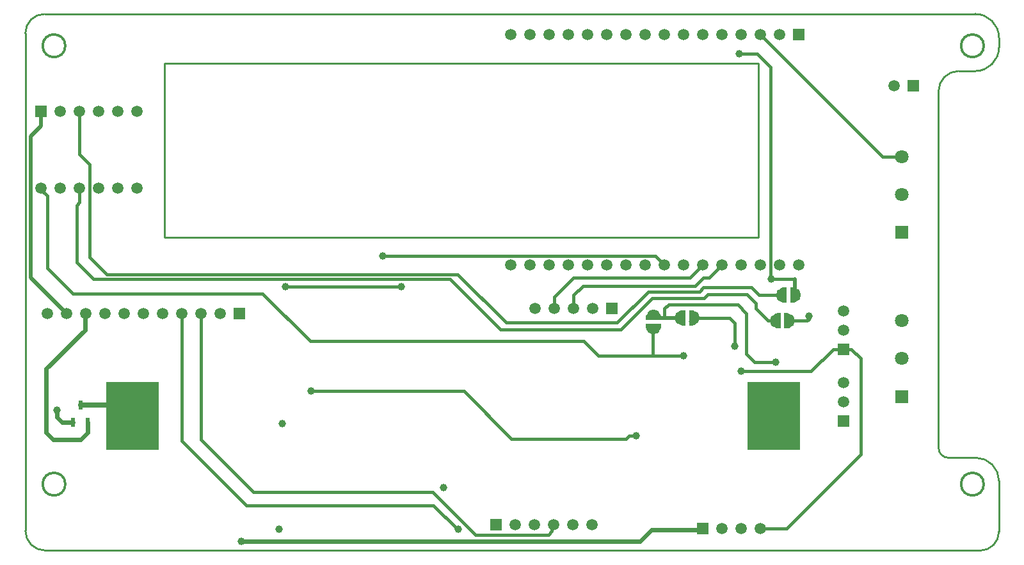
<source format=gbl>
G04*
G04 #@! TF.GenerationSoftware,Altium Limited,Altium Designer,21.2.1 (34)*
G04*
G04 Layer_Physical_Order=2*
G04 Layer_Color=16711680*
%FSLAX44Y44*%
%MOMM*%
G71*
G04*
G04 #@! TF.SameCoordinates,603A0A18-1311-4174-A4CB-90F12E54E7A9*
G04*
G04*
G04 #@! TF.FilePolarity,Positive*
G04*
G01*
G75*
%ADD11C,0.2540*%
%ADD15C,0.3000*%
%ADD16C,1.0000*%
%ADD26R,0.5000X2.0000*%
%ADD33R,1.0000X1.0000*%
%ADD42C,0.6000*%
%ADD43C,0.4000*%
%ADD44C,0.5000*%
%ADD45R,0.5000X1.0000*%
%ADD46R,1.5000X1.5000*%
%ADD47C,1.5000*%
%ADD48R,1.8000X1.8000*%
%ADD49C,1.8000*%
%ADD50R,1.5000X1.5000*%
%ADD51C,1.0000*%
%ADD52R,1.0000X1.0000*%
%ADD53R,7.0000X9.0000*%
%ADD54R,0.6000X1.1500*%
%ADD55C,0.7000*%
%ADD56R,2.0000X0.5000*%
%ADD57R,1.0000X0.5000*%
D11*
X1913011Y1480000D02*
G03*
X1937978Y1504966I0J24966D01*
G01*
X1938040Y2158600D02*
G03*
X1906640Y2190000I-31400J0D01*
G01*
X1937978Y1572309D02*
G03*
X1907515Y1602771I-30463J0D01*
G01*
X1884624Y2114464D02*
G03*
X1858160Y2088000I0J-26464D01*
G01*
X1858166Y1615620D02*
G03*
X1870866Y1602920I12700J0D01*
G01*
X1906640Y2114464D02*
G03*
X1938040Y2145864I0J31400D01*
G01*
X650000Y1506454D02*
G03*
X676454Y1480000I26455J0D01*
G01*
X675392Y2190000D02*
G03*
X650000Y2164608I0J-25392D01*
G01*
X834452Y2124645D02*
X1619451Y2124645D01*
X834452Y1894645D02*
X1619451Y1894645D01*
Y2124645D01*
X834452Y1894645D02*
Y2124645D01*
X676454Y1480000D02*
X1913011D01*
X1938040Y2145864D02*
Y2158600D01*
X675392Y2190000D02*
X1906640D01*
X1903863Y1602920D02*
X1907515D01*
X1884624Y2114464D02*
X1906640D01*
X1858000Y2088000D02*
X1858000Y1615620D01*
X1937978Y1504966D02*
Y1572309D01*
X1870866Y1602920D02*
X1903863D01*
X650000Y1506454D02*
X650000Y2164608D01*
D15*
X1917878Y2147934D02*
G03*
X1917878Y2147934I-15000J0D01*
G01*
Y1567934D02*
G03*
X1917878Y1567934I-15000J0D01*
G01*
X702878D02*
G03*
X702878Y1567934I-15000J0D01*
G01*
Y2147934D02*
G03*
X702878Y2147934I-15000J0D01*
G01*
D16*
X1480000Y1771101D02*
G03*
X1485903Y1775019I1000J4899D01*
G01*
X1476097D02*
G03*
X1480000Y1771101I4903J981D01*
G01*
X1485903Y1789981D02*
G03*
X1476097Y1789981I-4903J-981D01*
G01*
X1666981Y1813207D02*
G03*
X1666981Y1823013I-981J4903D01*
G01*
X1652019D02*
G03*
X1652019Y1813207I981J-4903D01*
G01*
X1658981Y1779097D02*
G03*
X1658981Y1788903I-981J4903D01*
G01*
X1644019D02*
G03*
X1644019Y1779097I981J-4903D01*
G01*
X1517965Y1792857D02*
G03*
X1517965Y1783051I981J-4903D01*
G01*
X1532927D02*
G03*
X1532927Y1792857I-981J4903D01*
G01*
D26*
X1664500Y1818110D02*
D03*
X1654501Y1818110D02*
D03*
X1656500Y1784000D02*
D03*
X1646501Y1784000D02*
D03*
X1520446Y1787954D02*
D03*
X1530446Y1787954D02*
D03*
D33*
X1668000Y1818110D02*
D03*
X1651000D02*
D03*
X1660000Y1784000D02*
D03*
X1643000D02*
D03*
X1516946Y1787954D02*
D03*
X1533946D02*
D03*
D42*
X691684Y1656527D02*
Y1666055D01*
Y1656527D02*
X698461Y1649750D01*
X713378D01*
X677197Y1720432D02*
X728765Y1772000D01*
Y1792765D02*
X730000Y1794000D01*
X728765Y1772000D02*
Y1792765D01*
X677197Y1636082D02*
Y1720432D01*
X1478313Y1507113D02*
X1546000D01*
X1463200Y1492000D02*
X1478313Y1507113D01*
X935250Y1492000D02*
X1463200D01*
X732378Y1636100D02*
Y1649750D01*
X677197Y1636082D02*
X686679Y1626600D01*
X722878D01*
X732378Y1636100D01*
D43*
X1480000Y1737554D02*
X1520691D01*
X1408196D02*
X1480000D01*
Y1771101D02*
Y1774000D01*
Y1737554D02*
Y1771101D01*
X1286090Y1781541D02*
X1432541D01*
X1473750Y1822750D02*
X1541504D01*
X1432541Y1781541D02*
X1473750Y1822750D01*
X1479324Y1814324D02*
X1511523D01*
X1278378Y1772370D02*
X1437370D01*
X1479324Y1814324D01*
X995080Y1830000D02*
X995620Y1829460D01*
X1147000D01*
X994540D02*
X995080Y1830000D01*
X994000Y1829460D02*
X994540D01*
X1211748Y1839000D02*
X1278378Y1772370D01*
X1222091Y1845540D02*
X1286090Y1781541D01*
X1495000Y1787954D02*
X1495652Y1788605D01*
X1640000Y1784000D02*
X1643000D01*
X1632852D02*
X1640000D01*
X1658981D02*
X1660000D01*
X1388750Y1757000D02*
X1408196Y1737554D01*
X1027000Y1757000D02*
X1388750D01*
X964000Y1820000D02*
X1027000Y1757000D01*
X1536946Y1787954D02*
X1581758D01*
X1588656Y1750804D02*
Y1781056D01*
X1581758Y1787954D02*
X1588656Y1781056D01*
X1533946Y1787954D02*
X1536946D01*
X1552738Y1819099D02*
X1604763D01*
X1547964Y1814324D02*
X1552738Y1819099D01*
X1511523Y1814324D02*
X1547964D01*
X1546864Y1828110D02*
X1610139D01*
X1541504Y1822750D02*
X1546864Y1828110D01*
X1610139D02*
X1620249Y1818000D01*
X1604763Y1819099D02*
X1616371Y1807490D01*
X1495652Y1788605D02*
Y1800000D01*
X1501105Y1805454D02*
X1556431D01*
X1495652Y1800000D02*
X1501105Y1805454D01*
X1556431D02*
X1556630Y1805653D01*
X1592341D02*
X1604000Y1793994D01*
X1556630Y1805653D02*
X1592341D01*
X1604000Y1740000D02*
Y1793994D01*
X1511523Y1814324D02*
X1511523Y1814324D01*
X1648001Y1818000D02*
X1649750D01*
X1620249D02*
X1648001D01*
X1663000Y1784000D02*
X1684017D01*
X1660000D02*
X1663000D01*
X1657681D02*
X1660000D01*
X1686360Y1786343D02*
Y1790000D01*
X1615000Y1729000D02*
X1643000D01*
X1604000Y1740000D02*
X1615000Y1729000D01*
X1684017Y1784000D02*
X1686360Y1786343D01*
X1637000Y1839000D02*
X1668000D01*
X1664640Y1818110D02*
X1664750Y1818000D01*
X1636012Y1839989D02*
X1637000Y1839000D01*
X1636012Y1839989D02*
Y2119989D01*
X1245287Y1501000D02*
X1342000D01*
X1346695Y1511895D02*
X1348800Y1514000D01*
X1346695Y1505695D02*
Y1511895D01*
X1342000Y1501000D02*
X1346695Y1505695D01*
X1188960Y1557327D02*
X1245287Y1501000D01*
X1448500Y1632000D02*
X1458250D01*
X1444500Y1628000D02*
X1448500Y1632000D01*
X1784297Y2001000D02*
X1809000D01*
X1622652Y2162645D02*
X1784297Y2001000D01*
X1293000Y1628000D02*
X1444500D01*
X1230000Y1691000D02*
X1293000Y1628000D01*
X1028000Y1691000D02*
X1230000D01*
X1616371Y1800480D02*
Y1807490D01*
Y1800480D02*
X1632852Y1784000D01*
X757588Y1845540D02*
X1222091D01*
X735000Y1868128D02*
X757588Y1845540D01*
X1122790Y1869685D02*
X1483611D01*
X1495652Y1857645D01*
X735000Y1868128D02*
Y1991000D01*
X721831Y2004169D02*
X735000Y1991000D01*
X721831Y2004169D02*
Y2061600D01*
X1618336Y2137664D02*
X1636012Y2119989D01*
X679200Y1853800D02*
Y1949078D01*
X671031Y1957247D02*
X679200Y1949078D01*
X671031Y1957247D02*
Y1960000D01*
X718000Y1937000D02*
X721831Y1940831D01*
Y1960000D01*
X740000Y1839000D02*
X1211748D01*
X1374738Y1840738D02*
X1529544D01*
X1349600Y1815600D02*
X1374738Y1840738D01*
X1529544D02*
X1546452Y1857645D01*
X1349600Y1800000D02*
Y1815600D01*
X718000Y1861000D02*
X740000Y1839000D01*
X718000Y1861000D02*
Y1937000D01*
X1594612Y2137664D02*
X1618336D01*
X1728343Y1654657D02*
X1732000Y1651000D01*
X1742400Y1746600D02*
X1755000Y1734000D01*
X1732000Y1746600D02*
X1742400D01*
X1755000Y1607254D02*
Y1734000D01*
X1656746Y1509000D02*
X1755000Y1607254D01*
X1622200Y1509000D02*
X1656746D01*
X1689353Y1717352D02*
X1718600Y1746600D01*
X1596800Y1717352D02*
X1689353D01*
X1375000Y1800000D02*
Y1818000D01*
X1387390Y1830390D01*
X1536223D01*
X1546571Y1840738D01*
X1554944D01*
X679200Y1853800D02*
X713000Y1820000D01*
X1554944Y1840738D02*
X1571852Y1857645D01*
X1718600Y1746600D02*
X1732000D01*
X1189700Y1540000D02*
X1221700Y1508000D01*
X1222887D01*
X951673Y1557327D02*
X1188960D01*
X942400Y1540000D02*
X1189700D01*
X857000Y1625400D02*
X942400Y1540000D01*
X882400Y1626600D02*
X951673Y1557327D01*
X857000Y1625400D02*
Y1794000D01*
X713000Y1820000D02*
X964000D01*
X882400Y1626600D02*
Y1794000D01*
D44*
X1485903Y1787954D02*
X1495000D01*
X1513946D01*
X1515446D02*
X1516946D01*
X1668000Y1822693D02*
Y1839000D01*
Y1818110D02*
Y1822693D01*
X657437Y2028437D02*
X671031Y2042030D01*
Y2061600D01*
X657437Y1841163D02*
Y2028437D01*
Y1841163D02*
X704600Y1794000D01*
D45*
X1669500Y1818111D02*
D03*
X1649500D02*
D03*
X1661500Y1784001D02*
D03*
X1641501D02*
D03*
X1515446Y1787953D02*
D03*
X1535446D02*
D03*
D46*
X1425800Y1800000D02*
D03*
X671031Y2061600D02*
D03*
X1272600Y1514000D02*
D03*
X1546000Y1509000D02*
D03*
X933200Y1794000D02*
D03*
X1673452Y2162645D02*
D03*
X1825000Y2094774D02*
D03*
D47*
X1400400Y1800000D02*
D03*
X1375000D02*
D03*
X1349600D02*
D03*
X1324200D02*
D03*
X671031Y1960000D02*
D03*
X798030D02*
D03*
X772630D02*
D03*
X747231D02*
D03*
X721831D02*
D03*
X696431D02*
D03*
Y2061600D02*
D03*
X721831D02*
D03*
X747231D02*
D03*
X772630D02*
D03*
X798030D02*
D03*
X1298000Y1514000D02*
D03*
X1323400D02*
D03*
X1348800D02*
D03*
X1374200D02*
D03*
X1399600D02*
D03*
X1571400Y1509000D02*
D03*
X1596800D02*
D03*
X1622200D02*
D03*
X679200Y1794000D02*
D03*
X704600D02*
D03*
X730000D02*
D03*
X755400D02*
D03*
X780800D02*
D03*
X806200D02*
D03*
X831600D02*
D03*
X857000D02*
D03*
X882400D02*
D03*
X907800D02*
D03*
X1292451Y1857645D02*
D03*
X1317852Y1857645D02*
D03*
X1343251Y1857645D02*
D03*
X1368651Y1857645D02*
D03*
X1394052D02*
D03*
X1419451Y1857645D02*
D03*
X1444852Y1857645D02*
D03*
X1470251Y1857645D02*
D03*
X1495652Y1857645D02*
D03*
X1521051D02*
D03*
X1546452D02*
D03*
X1571852D02*
D03*
X1597251D02*
D03*
X1622652D02*
D03*
X1648051Y1857645D02*
D03*
X1673452Y1857645D02*
D03*
X1648051Y2162645D02*
D03*
X1622652D02*
D03*
X1597251D02*
D03*
X1571852Y2162645D02*
D03*
X1546452Y2162645D02*
D03*
X1521051D02*
D03*
X1495652D02*
D03*
X1470251D02*
D03*
X1444852D02*
D03*
X1419451D02*
D03*
X1394052Y2162645D02*
D03*
X1368651Y2162645D02*
D03*
X1343251Y2162645D02*
D03*
X1317852Y2162645D02*
D03*
X1292451D02*
D03*
X1799600Y2094774D02*
D03*
X1732000Y1772000D02*
D03*
Y1797400D02*
D03*
Y1676400D02*
D03*
Y1701800D02*
D03*
D48*
X1809000Y1901000D02*
D03*
Y1684000D02*
D03*
D49*
Y1951000D02*
D03*
Y2001000D02*
D03*
Y1734000D02*
D03*
Y1784000D02*
D03*
D50*
X1732000Y1746600D02*
D03*
Y1651000D02*
D03*
D51*
X1520691Y1737554D02*
D03*
X691684Y1666055D02*
D03*
X1147000Y1829460D02*
D03*
X994000D02*
D03*
X990000Y1648000D02*
D03*
X1686360Y1790000D02*
D03*
X1637000Y1839000D02*
D03*
X1458250Y1632000D02*
D03*
X1028000Y1691000D02*
D03*
X1643000Y1729000D02*
D03*
X1588656Y1750804D02*
D03*
X1596800Y1717352D02*
D03*
X1594612Y2137664D02*
D03*
X935250Y1492000D02*
D03*
X1222887Y1508000D02*
D03*
X1203500Y1563558D02*
D03*
X1122790Y1869685D02*
D03*
X986000Y1508000D02*
D03*
D52*
X1481000Y1774000D02*
D03*
Y1791000D02*
D03*
D53*
X792000Y1658000D02*
D03*
X1640000D02*
D03*
D54*
X722878Y1672250D02*
D03*
X713378Y1649750D02*
D03*
X732378D02*
D03*
D55*
X780750Y1672250D02*
X795000Y1658000D01*
X722878Y1672250D02*
X780750D01*
D56*
X1481000Y1777500D02*
D03*
X1481001Y1787500D02*
D03*
D57*
X1480999Y1772500D02*
D03*
X1480999Y1792500D02*
D03*
M02*

</source>
